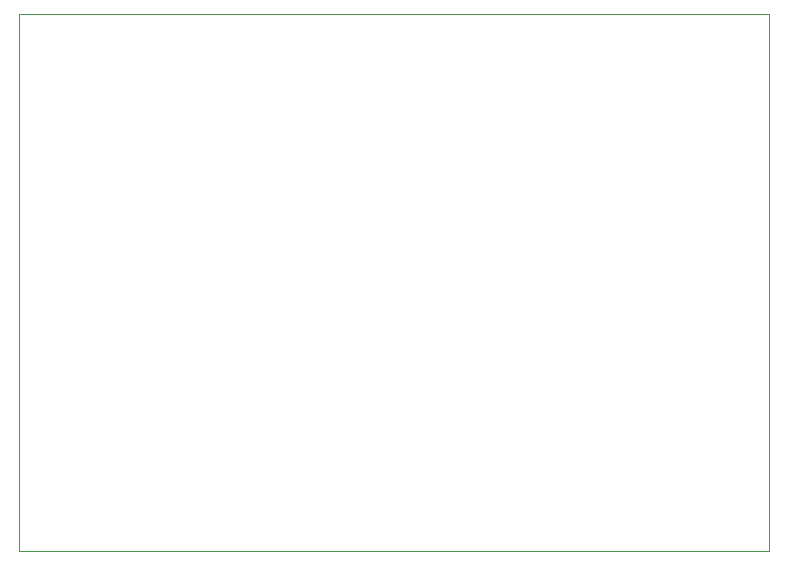
<source format=gbr>
%TF.GenerationSoftware,KiCad,Pcbnew,9.0.3*%
%TF.CreationDate,2025-07-28T01:45:31+03:00*%
%TF.ProjectId,Charger USB,43686172-6765-4722-9055-53422e6b6963,rev?*%
%TF.SameCoordinates,Original*%
%TF.FileFunction,Profile,NP*%
%FSLAX46Y46*%
G04 Gerber Fmt 4.6, Leading zero omitted, Abs format (unit mm)*
G04 Created by KiCad (PCBNEW 9.0.3) date 2025-07-28 01:45:31*
%MOMM*%
%LPD*%
G01*
G04 APERTURE LIST*
%TA.AperFunction,Profile*%
%ADD10C,0.050000*%
%TD*%
G04 APERTURE END LIST*
D10*
X75000000Y-69000000D02*
X138500000Y-69000000D01*
X138500000Y-114500000D01*
X75000000Y-114500000D01*
X75000000Y-69000000D01*
M02*

</source>
